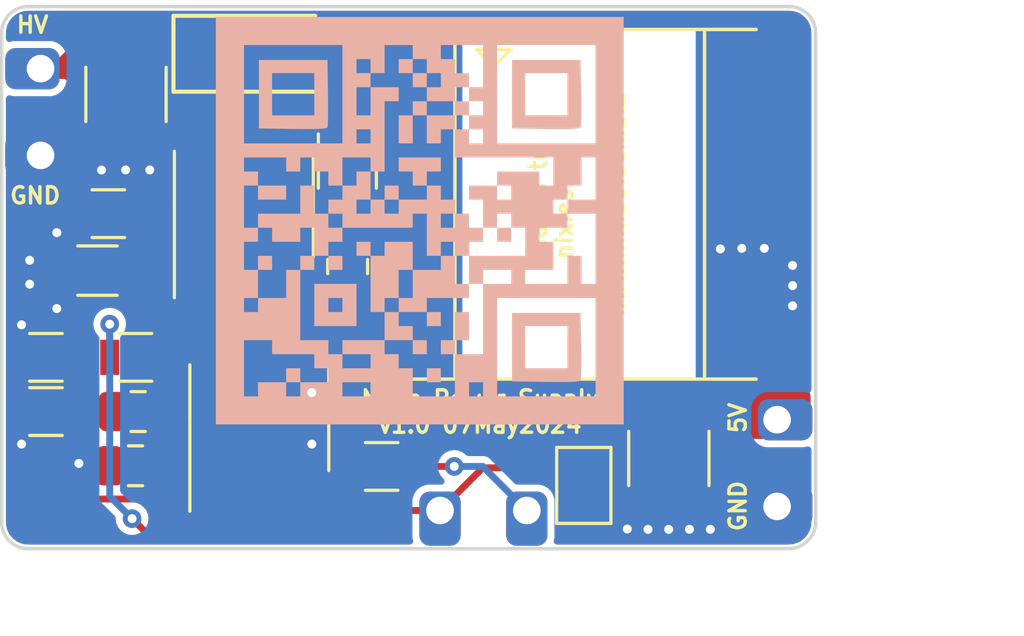
<source format=kicad_pcb>
(kicad_pcb (version 20211014) (generator pcbnew)
  (title_block (title "Nixie High Voltage Switch Mode Power Supply") (date "2024-09-24"))
  (layers (0 "F.Cu" signal) (31 "B.Cu" signal) (34 "B.Paste" user) (35 "F.Paste" user) (36 "B.SilkS" user "B.Silkscreen") (37 "F.SilkS" user "F.Silkscreen") (38 "B.Mask" user) (39 "F.Mask" user) (44 "Edge.Cuts" user))
  (net 0 "")
  (net 1 "Vin")
  (net 2 "SHDN")
  (net 3 "Net-(C2-Pad1)")
  (net 4 "Vout")
  (net 5 "Net-(Cc1-Pad2)")
  (net 6 "Net-(Cc1-Pad1)")
  (net 7 "Net-(Cs1-Pad2)")
  (net 8 "Net-(Rf1-Pad2)")
  (net 9 "Net-(Q1-Pad5)")
  (net 10 "Net-(Q1-Pad4)")
  (net 11 "Net-(D1-Pad2)")
  (net 12 "Net-(R1-Pad2)")
  (net 13 "Rext")
  (net 14 "GND")
  (footprint "lib_fp:C_1210" (layer "F.Cu") (at 159.556 104.776 -90)
    (fp_text reference "C1" hide)
    (fp_text value "100uF")
    (fp_line (start -1 1.48) (end 1 1.48) (layer "F.SilkS") (width 0.12))
    (fp_line (start 1 -1.48) (end -1 -1.48) (layer "F.SilkS") (width 0.12))
    (pad "1" smd rect locked (at -1.5 0 270) (size 1 2.5) (layers "F.Cu" "F.Paste" "F.Mask") (net 1 "Vin"))
    (pad "2" smd rect locked (at 1.5 0 270) (size 1 2.5) (layers "F.Cu" "F.Paste" "F.Mask") (net 14 "GND"))
  )
  (footprint "Capacitor_SMD:C_0805_2012Metric" (layer "F.Cu") (at 139.896 105.046 180)
    (fp_text reference "C2" hide)
    (fp_text value "0.01uF")
    (fp_line (start -0.261252 -0.735) (end 0.261252 -0.735) (layer "F.SilkS") (width 0.12))
    (fp_line (start -0.261252 0.735) (end 0.261252 0.735) (layer "F.SilkS") (width 0.12))
    (pad "1" smd roundrect (at -0.95 0 180) (size 1 1.45) (layers "F.Cu" "F.Paste" "F.Mask") (net 3 "Net-(C2-Pad1)"))
    (pad "2" smd roundrect (at 0.95 0 180) (size 1 1.45) (layers "F.Cu" "F.Paste" "F.Mask") (net 14 "GND"))
  )
  (footprint "lib_fp:C_1210" (layer "F.Cu") (at 139.546 91.346 -90)
    (fp_text reference "C3" hide)
    (fp_text value "0.22uF")
    (fp_line (start 1 -1.48) (end -1 -1.48) (layer "F.SilkS") (width 0.12))
    (fp_line (start -1 1.48) (end 1 1.48) (layer "F.SilkS") (width 0.12))
    (pad "1" smd rect locked (at -1.5 0 270) (size 1 2.5) (layers "F.Cu" "F.Paste" "F.Mask") (net 4 "Vout"))
    (pad "2" smd rect locked (at 1.5 0 270) (size 1 2.5) (layers "F.Cu" "F.Paste" "F.Mask") (net 14 "GND"))
  )
  (footprint "Capacitor_SMD:C_0805_2012Metric" (layer "F.Cu") (at 139.996 103.046 180)
    (fp_text reference "Cc1" hide)
    (fp_text value "22nF")
    (fp_line (start -0.261252 -0.735) (end 0.261252 -0.735) (layer "F.SilkS") (width 0.12))
    (fp_line (start -0.261252 0.735) (end 0.261252 0.735) (layer "F.SilkS") (width 0.12))
    (pad "1" smd roundrect (at -0.95 0 180) (size 1 1.45) (layers "F.Cu" "F.Paste" "F.Mask") (net 6 "Net-(Cc1-Pad1)"))
    (pad "2" smd roundrect (at 0.95 0 180) (size 1 1.45) (layers "F.Cu" "F.Paste" "F.Mask") (net 5 "Net-(Cc1-Pad2)"))
  )
  (footprint "Capacitor_SMD:C_0805_2012Metric" (layer "F.Cu") (at 147.716 97.696 90)
    (fp_text reference "Cs1" hide)
    (fp_text value "360pF")
    (fp_line (start -0.261252 0.735) (end 0.261252 0.735) (layer "F.SilkS") (width 0.12))
    (fp_line (start -0.261252 -0.735) (end 0.261252 -0.735) (layer "F.SilkS") (width 0.12))
    (pad "1" smd roundrect (at -0.95 0 90) (size 1 1.45) (layers "F.Cu" "F.Paste" "F.Mask") (net 1 "Vin"))
    (pad "2" smd roundrect (at 0.95 0 90) (size 1 1.45) (layers "F.Cu" "F.Paste" "F.Mask") (net 7 "Net-(Cs1-Pad2)"))
  )
  (footprint "NixieClockMaster:SMAF" (layer "F.Cu") (at 144.696 89.846)
    (fp_text reference "D1" hide)
    (fp_text value "ES1JF")
    (fp_line (start 1.825 -1.4) (end -3.4 -1.4) (layer "F.SilkS") (width 0.15))
    (fp_line (start -3.4 1.4) (end 1.825 1.4) (layer "F.SilkS") (width 0.15))
    (fp_line (start -3.4 -1.4) (end -3.4 1.4) (layer "F.SilkS") (width 0.15))
    (pad "1" smd roundrect (at -2 0) (size 2.5 1.7) (layers "F.Cu" "F.Paste" "F.Mask") (net 4 "Vout"))
    (pad "2" smd roundrect (at 2 0) (size 2.5 1.7) (layers "F.Cu" "F.Paste" "F.Mask") (net 11 "Net-(D1-Pad2)"))
  )
  (footprint "NixieClockMaster:Header_MA02-Edge-3.2" (layer "F.Cu") (at 163.546 104.946 -90)
    (fp_text reference "J1" hide)
    (fp_text value "CONN_01X02" hide)
    (pad "1" thru_hole roundrect (at -1.6 0 90) (size 1.524 2) (drill 1.016 (offset 0 0.3)) (layers *.Cu *.Mask) (net 1 "Vin"))
    (pad "2" thru_hole roundrect (at 1.6 0 90) (size 1.524 2) (drill 1.016 (offset 0 0.3)) (layers *.Cu *.Mask) (net 14 "GND"))
  )
  (footprint "NixieClockMaster:Header_MA02-Edge-3.2" (layer "F.Cu") (at 136.396 91.996 90)
    (fp_text reference "J2" hide)
    (fp_text value "CONN_01X02" hide)
    (pad "1" thru_hole roundrect (at -1.6 0 270) (size 1.524 2) (drill 1.016 (offset 0 0.3)) (layers *.Cu *.Mask) (net 14 "GND"))
    (pad "2" thru_hole roundrect (at 1.6 0 270) (size 1.524 2) (drill 1.016 (offset 0 0.3)) (layers *.Cu *.Mask) (net 4 "Vout"))
  )
  (footprint "Package_SO:SOIC-8_3.9x4.9mm_P1.27mm" (layer "F.Cu") (at 143.89 95.39392 90)
    (fp_text reference "Q1" hide)
    (fp_text value "AO4294")
    (fp_line (start 0 2.56) (end 1.95 2.56) (layer "F.SilkS") (width 0.12))
    (fp_line (start 0 -2.56) (end 1.95 -2.56) (layer "F.SilkS") (width 0.12))
    (fp_line (start 0 -2.56) (end -3.45 -2.56) (layer "F.SilkS") (width 0.12))
    (fp_line (start 0 2.56) (end -1.95 2.56) (layer "F.SilkS") (width 0.12))
    (pad "1" smd roundrect (at -2.475 -1.905 90) (size 1.95 0.6) (layers "F.Cu" "F.Paste" "F.Mask") (net 3 "Net-(C2-Pad1)"))
    (pad "2" smd roundrect (at -2.475 -0.635 90) (size 1.95 0.6) (layers "F.Cu" "F.Paste" "F.Mask") (net 3 "Net-(C2-Pad1)"))
    (pad "3" smd roundrect (at -2.475 0.635 90) (size 1.95 0.6) (layers "F.Cu" "F.Paste" "F.Mask") (net 3 "Net-(C2-Pad1)"))
    (pad "4" smd roundrect (at -2.475 1.905 90) (size 1.95 0.6) (layers "F.Cu" "F.Paste" "F.Mask") (net 10 "Net-(Q1-Pad4)"))
    (pad "5" smd roundrect (at 2.475 1.905 90) (size 1.95 0.6) (layers "F.Cu" "F.Paste" "F.Mask") (net 9 "Net-(Q1-Pad5)"))
    (pad "6" smd roundrect (at 2.475 0.635 90) (size 1.95 0.6) (layers "F.Cu" "F.Paste" "F.Mask") (net 9 "Net-(Q1-Pad5)"))
    (pad "7" smd roundrect (at 2.475 -0.635 90) (size 1.95 0.6) (layers "F.Cu" "F.Paste" "F.Mask") (net 9 "Net-(Q1-Pad5)"))
    (pad "8" smd roundrect (at 2.475 -1.905 90) (size 1.95 0.6) (layers "F.Cu" "F.Paste" "F.Mask") (net 9 "Net-(Q1-Pad5)"))
  )
  (footprint "lib_fp:R_0805" (layer "F.Cu") (at 138.896 95.746)
    (fp_text reference "R1" hide)
    (fp_text value "10M")
    (fp_line (start -0.6 -0.88) (end 0.6 -0.88) (layer "F.SilkS") (width 0.12))
    (fp_line (start 0.6 0.88) (end -0.6 0.88) (layer "F.SilkS") (width 0.12))
    (pad "1" smd rect locked (at -0.95 0) (size 0.7 1.3) (layers "F.Cu" "F.Paste" "F.Mask") (net 4 "Vout"))
    (pad "2" smd rect locked (at 0.95 0) (size 0.7 1.3) (layers "F.Cu" "F.Paste" "F.Mask") (net 12 "Net-(R1-Pad2)"))
  )
  (footprint "lib_fp:R_0805" (layer "F.Cu") (at 136.596 101.046 180)
    (fp_text reference "R3" hide)
    (fp_text value "69.8k")
    (fp_line (start 0.6 0.88) (end -0.6 0.88) (layer "F.SilkS") (width 0.12))
    (fp_line (start -0.6 -0.88) (end 0.6 -0.88) (layer "F.SilkS") (width 0.12))
    (pad "1" smd rect locked (at -0.95 0 180) (size 0.7 1.3) (layers "F.Cu" "F.Paste" "F.Mask") (net 12 "Net-(R1-Pad2)"))
    (pad "2" smd rect locked (at 0.95 0 180) (size 0.7 1.3) (layers "F.Cu" "F.Paste" "F.Mask") (net 14 "GND"))
  )
  (footprint "lib_fp:R_0805" (layer "F.Cu") (at 136.596 103.046 180)
    (fp_text reference "Rc1" hide)
    (fp_text value "4.7k")
    (fp_line (start -0.6 -0.88) (end 0.6 -0.88) (layer "F.SilkS") (width 0.12))
    (fp_line (start 0.6 0.88) (end -0.6 0.88) (layer "F.SilkS") (width 0.12))
    (pad "1" smd rect locked (at -0.95 0 180) (size 0.7 1.3) (layers "F.Cu" "F.Paste" "F.Mask") (net 5 "Net-(Cc1-Pad2)"))
    (pad "2" smd rect locked (at 0.95 0 180) (size 0.7 1.3) (layers "F.Cu" "F.Paste" "F.Mask") (net 14 "GND"))
  )
  (footprint "lib_fp:R_0805" (layer "F.Cu") (at 139.896 101.046)
    (fp_text reference "Rf1" hide)
    (fp_text value "100k")
    (fp_line (start -0.6 -0.88) (end 0.6 -0.88) (layer "F.SilkS") (width 0.12))
    (fp_line (start 0.6 0.88) (end -0.6 0.88) (layer "F.SilkS") (width 0.12))
    (pad "1" smd rect locked (at -0.95 0) (size 0.7 1.3) (layers "F.Cu" "F.Paste" "F.Mask") (net 2 "SHDN"))
    (pad "2" smd rect locked (at 0.95 0) (size 0.7 1.3) (layers "F.Cu" "F.Paste" "F.Mask") (net 8 "Net-(Rf1-Pad2)"))
  )
  (footprint "lib_fp:R_1206" (layer "F.Cu") (at 147.706 93.806 90)
    (fp_text reference "Rs1" hide)
    (fp_text value "249")
    (fp_line (start 1 1.07) (end -1 1.07) (layer "F.SilkS") (width 0.12))
    (fp_line (start -1 -1.07) (end 1 -1.07) (layer "F.SilkS") (width 0.12))
    (pad "1" smd rect locked (at -1.45 0 90) (size 0.9 1.7) (layers "F.Cu" "F.Paste" "F.Mask") (net 7 "Net-(Cs1-Pad2)"))
    (pad "2" smd rect locked (at 1.45 0 90) (size 0.9 1.7) (layers "F.Cu" "F.Paste" "F.Mask") (net 9 "Net-(Q1-Pad5)"))
  )
  (footprint "Package_SO:SOIC-8_3.9x4.9mm_P1.27mm" (layer "F.Cu") (at 144.46 103.273 90)
    (fp_text reference "U1" hide)
    (fp_text value "3478")
    (fp_line (start 0 2.56) (end -1.95 2.56) (layer "F.SilkS") (width 0.12))
    (fp_line (start 0 2.56) (end 1.95 2.56) (layer "F.SilkS") (width 0.12))
    (fp_line (start 0 -2.56) (end -3.45 -2.56) (layer "F.SilkS") (width 0.12))
    (fp_line (start 0 -2.56) (end 1.95 -2.56) (layer "F.SilkS") (width 0.12))
    (pad "1" smd roundrect (at -2.475 -1.905 90) (size 1.95 0.6) (layers "F.Cu" "F.Paste" "F.Mask") (net 3 "Net-(C2-Pad1)"))
    (pad "2" smd roundrect (at -2.475 -0.635 90) (size 1.95 0.6) (layers "F.Cu" "F.Paste" "F.Mask") (net 6 "Net-(Cc1-Pad1)"))
    (pad "3" smd roundrect (at -2.475 0.635 90) (size 1.95 0.6) (layers "F.Cu" "F.Paste" "F.Mask") (net 12 "Net-(R1-Pad2)"))
    (pad "4" smd roundrect (at -2.475 1.905 90) (size 1.95 0.6) (layers "F.Cu" "F.Paste" "F.Mask") (net 14 "GND"))
    (pad "5" smd roundrect (at 2.475 1.905 90) (size 1.95 0.6) (layers "F.Cu" "F.Paste" "F.Mask") (net 14 "GND"))
    (pad "6" smd roundrect (at 2.475 0.635 90) (size 1.95 0.6) (layers "F.Cu" "F.Paste" "F.Mask") (net 10 "Net-(Q1-Pad4)"))
    (pad "7" smd roundrect (at 2.475 -0.635 90) (size 1.95 0.6) (layers "F.Cu" "F.Paste" "F.Mask") (net 8 "Net-(Rf1-Pad2)"))
    (pad "8" smd roundrect (at 2.475 -1.905 90) (size 1.95 0.6) (layers "F.Cu" "F.Paste" "F.Mask") (net 1 "Vin"))
  )
  (footprint "lib_fp:nixiemisc-WE-FLEX_ER11_5" (layer "F.Cu") (at 156.271 95.399 90)
    (fp_text reference "T1" hide)
    (fp_text value "MagTop-HVSMPS" hide)
    (fp_line (start -6.44906 -6.49986) (end -6.44906 6.49986) (layer "F.SilkS") (width 0.127))
    (fp_line (start 5.715 -3.81) (end 5.715 -2.54) (layer "F.SilkS") (width 0.127))
    (fp_line (start 6.44906 6.49986) (end 6.44906 -6.49986) (layer "F.SilkS") (width 0.127))
    (fp_line (start 6.35 -4.59994) (end -6.35 -4.59994) (layer "F.SilkS") (width 0.127))
    (fp_line (start 6.35 4.59994) (end -6.35 4.59994) (layer "F.SilkS") (width 0.127))
    (fp_line (start 5.08 -3.175) (end 5.715 -3.81) (layer "F.SilkS") (width 0.127))
    (fp_line (start 5.715 -2.54) (end 5.08 -3.175) (layer "F.SilkS") (width 0.127))
    (pad "1" smd rect (at 4.99872 -5.97408 270) (size 1.4986 2.2479) (layers "F.Cu" "F.Paste" "F.Mask") (net 11 "Net-(D1-Pad2)"))
    (pad "2" smd rect (at 2.99974 -5.97408 270) (size 1.4986 2.2479) (layers "F.Cu" "F.Paste" "F.Mask") (net 9 "Net-(Q1-Pad5)"))
    (pad "5" smd rect (at -2.99974 -5.97408 270) (size 1.4986 2.2479) (layers "F.Cu" "F.Paste" "F.Mask") (net 1 "Vin"))
    (pad "6" smd rect (at -4.99872 -5.97408 270) (size 1.4986 2.2479) (layers "F.Cu" "F.Paste" "F.Mask"))
    (pad "7" smd rect (at -4.99872 5.97408 270) (size 1.4986 2.2479) (layers "F.Cu" "F.Paste" "F.Mask"))
    (pad "8" smd rect (at -2.99974 5.97408 270) (size 1.4986 2.2479) (layers "F.Cu" "F.Paste" "F.Mask") (net 14 "GND"))
    (pad "11" smd rect (at 2.99974 5.97408 270) (size 1.4986 2.2479) (layers "F.Cu" "F.Paste" "F.Mask"))
    (pad "12" smd rect (at 4.99872 5.97408 270) (size 1.4986 2.2479) (layers "F.Cu" "F.Paste" "F.Mask"))
  )
  (footprint "NixieClockMaster:Header_MA02-Edge-3.2" (layer "F.Cu") (at 152.721 106.696 180)
    (fp_text reference "J3" hide)
    (fp_text value "CONN_01X02" hide)
    (pad "1" thru_hole roundrect (at -1.6 0) (size 1.524 2) (drill 1.016 (offset 0 0.3)) (layers *.Cu *.Mask) (net 13 "Rext"))
    (pad "2" thru_hole roundrect (at 1.6 0) (size 1.524 2) (drill 1.016 (offset 0 0.3)) (layers *.Cu *.Mask) (net 2 "SHDN"))
  )
  (footprint "lib_fp:R_0805" (layer "F.Cu") (at 148.971 105.071)
    (fp_text reference "R2")
    (fp_text value "15k")
    (fp_line (start -0.6 -0.88) (end 0.6 -0.88) (layer "F.SilkS") (width 0.12))
    (fp_line (start 0.6 0.88) (end -0.6 0.88) (layer "F.SilkS") (width 0.12))
    (pad "1" smd rect locked (at -0.95 0) (size 0.7 1.3) (layers "F.Cu" "F.Paste" "F.Mask") (net 12 "Net-(R1-Pad2)"))
    (pad "2" smd rect locked (at 0.95 0) (size 0.7 1.3) (layers "F.Cu" "F.Paste" "F.Mask") (net 13 "Rext"))
  )
  (footprint "NixieClockMaster:SolderJumper-2_P1.3mm_Open_Pad1.0x1.5mm_NoCtYd" (layer "F.Cu") (at 156.421 105.771 90)
    (fp_text reference "JP1" hide)
    (fp_text value "Jumper_2_Open" hide)
    (fp_line (start -1.4 -1) (end 1.4 -1) (layer "F.SilkS") (width 0.12))
    (fp_line (start -1.4 1) (end -1.4 -1) (layer "F.SilkS") (width 0.12))
    (fp_line (start 1.4 -1) (end 1.4 1) (layer "F.SilkS") (width 0.12))
    (fp_line (start 1.4 1) (end -1.4 1) (layer "F.SilkS") (width 0.12))
    (pad "1" smd rect locked (at -0.65 0 90) (size 1 1.5) (layers "F.Cu" "F.Mask") (net 14 "GND"))
    (pad "2" smd rect locked (at 0.65 0 90) (size 1 1.5) (layers "F.Cu" "F.Mask") (net 2 "SHDN"))
  )
  (footprint "Resistor_SMD:R_1206_3216Metric" (layer "F.Cu") (at 138.496 97.846 180)
    (fp_text reference "Rs2" hide)
    (fp_text value "0.062")
    (fp_line (start -0.727064 -0.91) (end 0.727064 -0.91) (layer "F.SilkS") (width 0.12))
    (fp_line (start -0.727064 0.91) (end 0.727064 0.91) (layer "F.SilkS") (width 0.12))
    (pad "1" smd roundrect (at -1.4625 0 180) (size 1.125 1.75) (layers "F.Cu" "F.Paste" "F.Mask") (roundrect_rratio 0.2222222222) (net 3 "Net-(C2-Pad1)"))
    (pad "2" smd roundrect (at 1.4625 0 180) (size 1.125 1.75) (layers "F.Cu" "F.Paste" "F.Mask") (roundrect_rratio 0.2222222222) (net 14 "GND"))
  )
  (footprint "Fiducial:Fiducial_0.75mm_Mask1.5mm" (layer "F.Cu") (at 162.246 104.846)
    (fp_text reference "FID1" hide)
    (fp_text value "Fiducial" hide)
    (pad "" smd circle (at 0 0) (size 0.75 0.75) (layers "F.Cu" "F.Mask") (clearance 0.375))
  )
  (footprint "Fiducial:Fiducial_0.75mm_Mask1.5mm" (layer "F.Cu") (at 164.046 88.971)
    (fp_text reference "FID2" hide)
    (fp_text value "Fiducial" hide)
    (pad "" smd circle (at 0 0) (size 0.75 0.75) (layers "F.Cu" "F.Mask") (clearance 0.375))
  )
  (footprint "Fiducial:Fiducial_0.75mm_Mask1.5mm" (layer "F.Cu") (at 136.571 106.571)
    (fp_text reference "FID4" hide)
    (fp_text value "Fiducial" hide)
    (pad "" smd circle (at 0 0) (size 0.75 0.75) (layers "F.Cu" "F.Mask") (clearance 0.375))
  )
  (footprint "Fiducial:Fiducial_0.75mm_Mask1.5mm" (layer "F.Cu") (at 150.296 95.171)
    (fp_text reference "FID3" hide)
    (fp_text value "Fiducial" hide)
    (pad "" smd circle (at 0 0) (size 0.75 0.75) (layers "F.Cu" "F.Mask") (clearance 0.375))
  )
  (footprint "NixieClockMaster:LOGO-Nixieclock-small.biz" (layer "B.Cu") (at 150.375 96.005 180)
    (fp_text reference "G***")
    (fp_text value "LOGO" hide)
    (fp_poly (pts (xy -0.259184 -2.85102) (xy 0.259184 -2.85102) (xy 0.777551 -2.85102) (xy 0.777551 -1.814286) (xy 0.259184 -1.814286) (xy 0.259184 -2.85102) (xy -0.259184 -2.85102) (xy -1.814286 -2.85102) (xy -1.814286 -2.332653) (xy -1.295918 -2.332653) (xy -1.295918 -1.295918) (xy -0.777551 -1.295918) (xy -0.777551 -0.777551) (xy -1.295918 -0.777551) (xy -1.295918 -1.295918) (xy -1.814286 -1.295918) (xy -1.814286 -0.777551) (xy -2.332653 -0.777551) (xy -2.332653 -0.259184) (xy -1.814286 -0.259184) (xy -1.295918 -0.259184) (xy -0.777551 -0.259184) (xy -0.777551 0.259184) (xy -1.295918 0.259184) (xy -1.295918 -0.259184) (xy -1.814286 -0.259184) (xy -1.814286 0.259184) (xy -1.295918 0.259184) (xy -1.295918 0.777551) (xy -0.777551 0.777551) (xy -0.777551 1.295918) (xy -0.259184 1.295918) (xy -0.259184 0.777551) (xy 0.777551 0.777551) (xy 0.777551 1.295918) (xy 1.295918 1.295918) (xy 1.295918 0.777551) (xy 1.814286 0.777551) (xy 1.814286 1.814286) (xy 2.332653 1.814286) (xy 2.332653 1.295918) (xy 2.85102 1.295918) (xy 2.85102 0.777551) (xy 3.369388 0.777551) (xy 3.369388 0.259184) (xy 3.887755 0.259184) (xy 3.887755 1.295918) (xy 4.406122 1.295918) (xy 4.406122 0.259184) (xy 5.961225 0.259184) (xy 5.961225 -0.259184) (xy 5.442857 -0.259184) (xy 5.442857 -0.777551) (xy 4.406122 -0.777551) (xy 4.406122 -0.259184) (xy 3.887755 -0.259184) (xy 3.887755 -1.295918) (xy 3.369388 -1.295918) (xy 3.369388 -0.777551) (xy 2.85102 -0.777551) (xy 2.85102 -0.259184) (xy 3.369388 -0.259184) (xy 3.369388 0.259184) (xy 2.85102 0.259184) (xy 2.85102 -0.259184) (xy 0.259184 -0.259184) (xy 0.259184 0.259184) (xy 0.777551 0.259184) (xy 1.295918 0.259184) (xy 1.814286 0.259184) (xy 2.332653 0.259184) (xy 2.332653 0.777551) (xy 1.814286 0.777551) (xy 1.814286 0.259184) (xy 1.295918 0.259184) (xy 1.295918 0.777551) (xy 0.777551 0.777551) (xy 0.777551 0.259184) (xy 0.259184 0.259184) (xy -0.259184 0.259184) (xy -0.259184 -1.295918) (xy -0.777551 -1.295918) (xy -0.777551 -1.814286) (xy 0.259184 -1.814286) (xy 0.259184 -0.777551) (xy 1.295918 -0.777551) (xy 1.295918 -1.295918) (xy 1.814286 -1.295918) (xy 1.814286 -3.369388) (xy 1.295918 -3.369388) (xy 1.295918 -4.406122) (xy 0.259184 -4.406122) (xy 0.259184 -3.887755) (xy 0.777551 -3.887755) (xy 0.777551 -3.369388) (xy 1.295918 -3.369388) (xy 1.295918 -2.85102) (xy 0.777551 -2.85102) (xy 0.777551 -3.369388) (xy -0.259184 -3.369388)) (layer "B.SilkS") (width 0) (fill solid))
    (fp_poly (pts (xy 5.928827 3.401786) (xy 4.68001 3.384182) (xy 4.227535 3.379652) (xy 3.889956 3.381082) (xy 3.652682 3.389234) (xy 3.501123 3.404869) (xy 3.420686 3.428749) (xy 3.398775 3.451063) (xy 3.389391 3.540294) (xy 3.383002 3.736964) (xy 3.381323 3.887755) (xy 3.887755 3.887755) (xy 5.442857 3.887755) (xy 5.442857 5.442857) (xy 3.887755 5.442857) (xy 3.887755 3.887755) (xy 3.381323 3.887755) (xy 3.379862 4.018952) (xy 3.380224 4.364134) (xy 3.38407 4.732187) (xy 3.401786 5.928826) (xy 5.928827 5.928826)) (layer "B.SilkS") (width 0) (fill solid))
    (fp_poly (pts (xy 5.961225 0.777551) (xy 4.92449 0.777551) (xy 4.92449 1.295918) (xy 5.961225 1.295918)) (layer "B.SilkS") (width 0) (fill solid))
    (fp_poly (pts (xy 7.516327 -7.516327) (xy -7.516326 -7.516327) (xy -7.516326 -6.479592) (xy -6.479592 -6.479592) (xy -2.85102 -6.479592) (xy -2.332653 -6.479592) (xy -1.814286 -6.479592) (xy -1.814286 -5.961225) (xy -2.332653 -5.961225) (xy -2.332653 -6.479592) (xy -2.85102 -6.479592) (xy -2.85102 -2.85102) (xy -6.479592 -2.85102) (xy -6.479592 -6.479592) (xy -7.516326 -6.479592) (xy -7.516326 -2.332653) (xy -6.479592 -2.332653) (xy -5.961224 -2.332653) (xy -5.961224 -1.295918) (xy -5.442857 -1.295918) (xy -5.442857 -2.332653) (xy -3.887755 -2.332653) (xy -3.369388 -2.332653) (xy -2.332653 -2.332653) (xy -2.332653 -1.814286) (xy -3.369388 -1.814286) (xy -3.369388 -2.332653) (xy -3.887755 -2.332653) (xy -3.887755 -1.814286) (xy -4.92449 -1.814286) (xy -4.92449 -0.777551) (xy -4.406122 -0.777551) (xy -4.406122 -0.259184) (xy -5.442857 -0.259184) (xy -5.442857 0.259184) (xy -4.92449 0.259184) (xy -4.92449 0.777551) (xy -3.369388 0.777551) (xy -2.85102 0.777551) (xy -2.85102 1.295918) (xy -3.369388 1.295918) (xy -3.369388 0.777551) (xy -4.92449 0.777551) (xy -5.442857 0.777551) (xy -5.442857 0.259184) (xy -6.479592 0.259184) (xy -6.479592 -2.332653) (xy -7.516326 -2.332653) (xy -7.516326 0.777551) (xy -6.479592 0.777551) (xy -5.442857 0.777551) (xy -5.442857 1.295918) (xy -4.92449 1.295918) (xy -4.406122 1.295918) (xy -4.406122 1.814286) (xy -2.85102 1.814286) (xy -2.85102 1.295918) (xy -1.814286 1.295918) (xy -1.814286 0.777551) (xy -2.332653 0.777551) (xy -2.332653 -0.259184) (xy -2.85102 -0.259184) (xy -2.85102 0.259184) (xy -3.369388 0.259184) (xy -3.369388 -0.259184) (xy -3.887755 -0.259184) (xy -3.887755 -1.295918) (xy -1.814286 -1.295918) (xy -1.814286 -2.332653) (xy -2.332653 -2.332653) (xy -2.332653 -4.92449) (xy -1.295918 -4.92449) (xy -1.295918 -6.479592) (xy 0.259184 -6.479592) (xy 1.814286 -6.479592) (xy 2.85102 -6.479592) (xy 2.85102 -5.961225) (xy 3.369388 -5.961225) (xy 4.406122 -5.961225) (xy 4.406122 -6.479592) (xy 4.92449 -6.479592) (xy 4.92449 -5.961225) (xy 5.961225 -5.961225) (xy 5.961225 -6.479592) (xy 6.479592 -6.479592) (xy 6.479592 -4.406122) (xy 5.442857 -4.406122) (xy 5.442857 -4.92449) (xy 3.887755 -4.92449) (xy 3.887755 -5.442857) (xy 3.369388 -5.442857) (xy 3.369388 -5.961225) (xy 2.85102 -5.961225) (xy 1.814286 -5.961225) (xy 1.814286 -6.479592) (xy 0.259184 -6.479592) (xy 0.259184 -5.442857) (xy 0.777551 -5.442857) (xy 1.814286 -5.442857) (xy 2.85102 -5.442857) (xy 2.85102 -4.92449) (xy 1.814286 -4.92449) (xy 1.814286 -5.442857) (xy 0.777551 -5.442857) (xy 0.777551 -4.92449) (xy 1.295918 -4.92449) (xy 1.295918 -4.406122) (xy 2.85102 -4.406122) (xy 2.85102 -4.92449) (xy 3.369388 -4.92449) (xy 3.369388 -4.406122) (xy 4.406122 -4.406122) (xy 4.406122 -3.369388) (xy 5.961225 -3.369388) (xy 6.479592 -3.369388) (xy 6.479592 -2.85102) (xy 5.961225 -2.85102) (xy 5.961225 -3.369388) (xy 4.406122 -3.369388) (xy 4.406122 -1.814286) (xy 4.92449 -1.814286) (xy 4.92449 -2.85102) (xy 5.961225 -2.85102) (xy 5.961225 -1.814286) (xy 6.479592 -1.814286) (xy 6.479592 -0.777551) (xy 5.961225 -0.777551) (xy 5.961225 -0.259184) (xy 6.479592 -0.259184) (xy 6.479592 1.295918) (xy 5.961225 1.295918) (xy 5.961225 1.814286) (xy 6.479592 1.814286) (xy 6.479592 2.332653) (xy 4.92449 2.332653) (xy 4.92449 1.814286) (xy 4.406122 1.814286) (xy 4.406122 2.332653) (xy 3.887755 2.332653) (xy 3.887755 1.814286) (xy 3.369388 1.814286) (xy 3.369388 1.295918) (xy 2.85102 1.295918) (xy 2.85102 2.332653) (xy 1.814286 2.332653) (xy 1.814286 1.814286) (xy 1.295918 1.814286) (xy 1.295918 2.85102) (xy 1.814286 2.85102) (xy 2.332653 2.85102) (xy 2.85102 2.85102) (xy 6.479592 2.85102) (xy 6.479592 6.479592) (xy 2.85102 6.479592) (xy 2.85102 2.85102) (xy 2.332653 2.85102) (xy 2.332653 3.369388) (xy 1.814286 3.369388) (xy 1.814286 2.85102) (xy 1.295918 2.85102) (xy 1.295918 3.887755) (xy 1.814286 3.887755) (xy 2.332653 3.887755) (xy 2.332653 4.92449) (xy 1.814286 4.92449) (xy 1.814286 3.887755) (xy 1.295918 3.887755) (xy 1.295918 4.406122) (xy 0.777551 4.406122) (xy 0.777551 4.92449) (xy 1.814286 4.92449) (xy 1.814286 5.442857) (xy 2.332653 5.442857) (xy 2.332653 5.961224) (xy 1.814286 5.961224) (xy 1.814286 5.442857) (xy 1.295918 5.442857) (xy 1.295918 6.479592) (xy 0.259184 6.479592) (xy 0.259184 5.961224) (xy -0.259184 5.961224) (xy -0.259184 5.442857) (xy -0.777551 5.442857) (xy -0.777551 4.92449) (xy -0.259184 4.92449) (xy -0.259184 4.406122) (xy -1.295918 4.406122) (xy -1.295918 4.92449) (xy -1.814286 4.92449) (xy -1.814286 4.406122) (xy -2.332653 4.406122) (xy -2.332653 3.887755) (xy -1.814286 3.887755) (xy -1.814286 3.369388) (xy -1.295918 3.369388) (xy -1.295918 2.332653) (xy -4.92449 2.332653) (xy -4.92449 1.295918) (xy -5.442857 1.295918) (xy -5.961224 1.295918) (xy -5.961224 2.332653) (xy -6.479592 2.332653) (xy -6.479592 0.777551) (xy -7.516326 0.777551) (xy -7.516326 2.85102) (xy -6.479592 2.85102) (xy -2.85102 2.85102) (xy -2.332653 2.85102) (xy -1.814286 2.85102) (xy -1.814286 3.369388) (xy -2.332653 3.369388) (xy -2.332653 2.85102) (xy -2.85102 2.85102) (xy -2.85102 4.92449) (xy -2.332653 4.92449) (xy -1.814286 4.92449) (xy -1.814286 5.442857) (xy -1.295918 5.442857) (xy -1.295918 5.961224) (xy -0.777551 5.961224) (xy -0.777551 6.479592) (xy -2.332653 6.479592) (xy -2.332653 4.92449) (xy -2.85102 4.92449) (xy -2.85102 6.479592) (xy -6.479592 6.479592) (xy -6.479592 2.85102) (xy -7.516326 2.85102) (xy -7.516326 7.516326) (xy 7.516327 7.516326)) (layer "B.SilkS") (width 0) (fill solid))
    (fp_poly (pts (xy 0.259184 4.92449) (xy -0.259184 4.92449) (xy -0.259184 5.442857) (xy 0.259184 5.442857)) (layer "B.SilkS") (width 0) (fill solid))
    (fp_poly (pts (xy -0.777551 -4.92449) (xy -1.295918 -4.92449) (xy -1.295918 -4.406122) (xy -0.777551 -4.406122)) (layer "B.SilkS") (width 0) (fill solid))
    (fp_poly (pts (xy 0.259184 3.887755) (xy -0.259184 3.887755) (xy -0.259184 4.406122) (xy 0.259184 4.406122)) (layer "B.SilkS") (width 0) (fill solid))
    (fp_poly (pts (xy 3.887755 -3.887755) (xy 2.332653 -3.887755) (xy 2.332653 -3.369388) (xy 2.85102 -3.369388) (xy 3.369388 -3.369388) (xy 3.369388 -2.85102) (xy 2.85102 -2.85102) (xy 2.85102 -3.369388) (xy 2.332653 -3.369388) (xy 2.332653 -2.332653) (xy 3.887755 -2.332653)) (layer "B.SilkS") (width 0) (fill solid))
    (fp_poly (pts (xy 5.961225 -1.814286) (xy 5.442857 -1.814286) (xy 5.442857 -1.295918) (xy 5.961225 -1.295918)) (layer "B.SilkS") (width 0) (fill solid))
    (fp_poly (pts (xy 2.332653 -1.295918) (xy 1.814286 -1.295918) (xy 1.814286 -0.777551) (xy 2.332653 -0.777551)) (layer "B.SilkS") (width 0) (fill solid))
    (fp_poly (pts (xy -3.401786 -5.928827) (xy -4.650602 -5.94643) (xy -5.103077 -5.95096) (xy -5.440656 -5.94953) (xy -5.67793 -5.941378) (xy -5.82949 -5.925743) (xy -5.909926 -5.901863) (xy -5.931837 -5.879549) (xy -5.941222 -5.790319) (xy -5.947611 -5.593648) (xy -5.94929 -5.442857) (xy -5.442857 -5.442857) (xy -3.887755 -5.442857) (xy -3.887755 -3.887755) (xy -5.442857 -3.887755) (xy -5.442857 -5.442857) (xy -5.94929 -5.442857) (xy -5.950751 -5.31166) (xy -5.950388 -4.966478) (xy -5.946542 -4.598426) (xy -5.928826 -3.401786) (xy -3.401786 -3.401786)) (layer "B.SilkS") (width 0) (fill solid))
    (fp_poly (pts (xy -2.85102 -0.777551) (xy -3.369388 -0.777551) (xy -3.369388 -0.259184) (xy -2.85102 -0.259184)) (layer "B.SilkS") (width 0) (fill solid))
    (fp_poly (pts (xy 0.777551 5.442857) (xy 0.259184 5.442857) (xy 0.259184 5.961224) (xy 0.777551 5.961224)) (layer "B.SilkS") (width 0) (fill solid))
    (fp_poly (pts (xy 4.406122 -1.814286) (xy 3.887755 -1.814286) (xy 3.887755 -1.295918) (xy 4.406122 -1.295918)) (layer "B.SilkS") (width 0) (fill solid))
    (fp_poly (pts (xy -1.295918 3.887755) (xy -1.814286 3.887755) (xy -1.814286 4.406122) (xy -1.295918 4.406122)) (layer "B.SilkS") (width 0) (fill solid))
    (fp_poly (pts (xy -0.259184 -5.961225) (xy -0.777551 -5.961225) (xy -0.777551 -5.442857) (xy -0.259184 -5.442857)) (layer "B.SilkS") (width 0) (fill solid))
    (fp_poly (pts (xy 0.259184 -4.92449) (xy -0.259184 -4.92449) (xy -0.259184 -4.406122) (xy 0.259184 -4.406122)) (layer "B.SilkS") (width 0) (fill solid))
    (fp_poly (pts (xy -0.259184 2.85102) (xy -0.777551 2.85102) (xy -0.777551 3.369388) (xy -1.295918 3.369388) (xy -1.295918 3.887755) (xy -0.259184 3.887755)) (layer "B.SilkS") (width 0) (fill solid))
    (fp_poly (pts (xy 0.777551 2.85102) (xy 0.259184 2.85102) (xy 0.259184 3.887755) (xy 0.777551 3.887755)) (layer "B.SilkS") (width 0) (fill solid))
    (fp_poly (pts (xy -1.295918 -4.406122) (xy -1.814286 -4.406122) (xy -1.814286 -3.369388) (xy -1.295918 -3.369388)) (layer "B.SilkS") (width 0) (fill solid))
    (fp_poly (pts (xy 4.92449 -5.961225) (xy 4.406122 -5.961225) (xy 4.406122 -5.442857) (xy 4.92449 -5.442857)) (layer "B.SilkS") (width 0) (fill solid))
    (fp_poly (pts (xy -0.259184 -3.887755) (xy -0.777551 -3.887755) (xy -0.777551 -3.369388) (xy -0.259184 -3.369388)) (layer "B.SilkS") (width 0) (fill solid))
    (fp_poly (pts (xy 0.777551 1.814286) (xy 0.259184 1.814286) (xy 0.259184 1.295918) (xy -0.259184 1.295918) (xy -0.259184 1.814286) (xy -0.777551 1.814286) (xy -0.777551 2.332653) (xy 0.777551 2.332653)) (layer "B.SilkS") (width 0) (fill solid))
    (fp_poly (pts (xy 3.369388 -1.814286) (xy 2.85102 -1.814286) (xy 2.85102 -1.295918) (xy 3.369388 -1.295918)) (layer "B.SilkS") (width 0) (fill solid))
    (fp_poly (pts (xy -3.401786 3.401786) (xy -4.650602 3.384182) (xy -5.103077 3.379652) (xy -5.440656 3.381082) (xy -5.67793 3.389234) (xy -5.82949 3.404869) (xy -5.909926 3.428749) (xy -5.931837 3.451063) (xy -5.941222 3.540294) (xy -5.947611 3.736964) (xy -5.94929 3.887755) (xy -5.442857 3.887755) (xy -3.887755 3.887755) (xy -3.887755 5.442857) (xy -5.442857 5.442857) (xy -5.442857 3.887755) (xy -5.94929 3.887755) (xy -5.950751 4.018952) (xy -5.950388 4.364134) (xy -5.946542 4.732187) (xy -5.928826 5.928826) (xy -3.401786 5.928826)) (layer "B.SilkS") (width 0) (fill solid))
  )
  (gr_line (start 134.966 89.106) (end 134.966 107.106) (layer "Edge.Cuts") (width 0.127))
  (gr_line (start 135.966 108.106) (end 163.966 108.106) (layer "Edge.Cuts") (width 0.127))
  (gr_arc (start 163.966 88.106) (mid 164.681342 88.390658) (end 164.966 89.106) (layer "Edge.Cuts") (width 0.127))
  (gr_arc (start 164.966 107.106) (mid 164.674818 107.814818) (end 163.966 108.106) (layer "Edge.Cuts") (width 0.127))
  (gr_line (start 164.966 107.106) (end 164.966 89.106) (layer "Edge.Cuts") (width 0.127))
  (gr_line (start 163.966 88.106) (end 135.966 88.106) (layer "Edge.Cuts") (width 0.127))
  (gr_arc (start 134.966 89.106) (mid 135.250658 88.390658) (end 135.966 88.106) (layer "Edge.Cuts") (width 0.127))
  (gr_arc (start 135.966 108.106) (mid 135.250658 107.821342) (end 134.966 107.106) (layer "Edge.Cuts") (width 0.127))
  (gr_text "5V" (at 162.1 103.28 90) (layer "F.SilkS") (effects (font (size 0.6 0.6) (thickness 0.127))))
  (gr_text "Thanks to\nnixies.us\n\nwww.nixieclock.biz" (at 156.175 95.455 90) (layer "F.SilkS") (effects (font (size 0.6 0.6) (thickness 0.127))))
  (gr_text "Nixie Power Supply\nv1.0 07May2024" (at 152.6 103.055) (layer "F.SilkS") (effects (font (size 0.6 0.6) (thickness 0.127))))
  (gr_text "GND" (at 136.2 95.08) (layer "F.SilkS") (effects (font (size 0.6 0.6) (thickness 0.127))))
  (gr_text "HV" (at 136.1 88.78) (layer "F.SilkS") (effects (font (size 0.6 0.6) (thickness 0.127))))
  (gr_text "GND" (at 162.1 106.53 90) (layer "F.SilkS") (effects (font (size 0.6 0.6) (thickness 0.127))))
  (segment (start 147.635 100.786252) (end 147.635 102.085) (width 0.8) (layer "F.Cu") (net 1))
  (segment (start 148.776 103.346) (end 148.836 103.286) (width 0.254) (layer "F.Cu") (net 1))
  (segment (start 142.555 100.798) (end 142.555 102.005) (width 0.254) (layer "F.Cu") (net 1))
  (segment (start 148.836 103.286) (end 163.216 103.286) (width 0.8) (layer "F.Cu") (net 1))
  (segment (start 147.635 98.435) (end 150.26066 98.435) (width 0.8) (layer "F.Cu") (net 1))
  (segment (start 147.635 100.786252) (end 147.635 101.981322) (width 0.8) (layer "F.Cu") (net 1))
  (segment (start 147.635 99.635) (end 147.635 98.435) (width 0.8) (layer "F.Cu") (net 1))
  (segment (start 147.635 100.786252) (end 147.635 99.635) (width 0.8) (layer "F.Cu") (net 1))
  (segment (start 163.216 103.286) (end 163.236 103.266) (width 0.8) (layer "F.Cu") (net 1))
  (segment (start 147.635 102.085) (end 148.836 103.286) (width 0.8) (layer "F.Cu") (net 1))
  (segment (start 142.555 102.005) (end 143.896 103.346) (width 0.254) (layer "F.Cu") (net 1))
  (segment (start 143.896 103.346) (end 148.776 103.346) (width 0.254) (layer "F.Cu") (net 1))
  (segment (start 156.421 105.121) (end 152.696 105.121) (width 0.254) (layer "F.Cu") (net 2))
  (segment (start 151.121 106.696) (end 149.371 106.696) (width 0.254) (layer "F.Cu") (net 2))
  (segment (start 148.455499 107.611501) (end 140.386501 107.611501) (width 0.254) (layer "F.Cu") (net 2))
  (segment (start 140.386501 107.611501) (end 139.771 106.996) (width 0.254) (layer "F.Cu") (net 2))
  (segment (start 138.946 101.046) (end 138.946 99.821) (width 0.254) (layer "F.Cu") (net 2))
  (segment (start 149.371 106.696) (end 148.455499 107.611501) (width 0.254) (layer "F.Cu") (net 2))
  (segment (start 152.696 105.121) (end 151.121 106.696) (width 0.254) (layer "F.Cu") (net 2))
  (via (at 138.946 99.821) (size 0.6858) (drill 0.3302) (layers "F.Cu" "B.Cu") (net 2))
  (via (at 139.771 106.996) (size 0.6858) (drill 0.3302) (layers "F.Cu" "B.Cu") (net 2))
  (segment (start 138.946 99.821) (end 138.946 106.171) (width 0.254) (layer "B.Cu") (net 2))
  (segment (start 138.946 106.171) (end 139.771 106.996) (width 0.254) (layer "B.Cu") (net 2))
  (segment (start 143.055 97.86892) (end 141.785 97.86892) (width 0.5) (layer "F.Cu") (net 3))
  (segment (start 144.325 97.86892) (end 143.055 97.86892) (width 0.5) (layer "F.Cu") (net 3))
  (segment (start 140.196 105.046) (end 139.965 104.815) (width 0.254) (layer "F.Cu") (net 3))
  (segment (start 142.198 105.748) (end 141.496 105.046) (width 0.254) (layer "F.Cu") (net 3))
  (segment (start 141.785 97.86892) (end 140.17992 97.86892) (width 0.5) (layer "F.Cu") (net 3))
  (segment (start 139.965 104.815) (end 139.965 97.8525) (width 0.254) (layer "F.Cu") (net 3))
  (segment (start 141.496 105.046) (end 140.846 105.046) (width 0.254) (layer "F.Cu") (net 3))
  (segment (start 142.555 105.748) (end 142.198 105.748) (width 0.254) (layer "F.Cu") (net 3))
  (segment (start 140.846 105.046) (end 140.196 105.046) (width 0.254) (layer "F.Cu") (net 3))
  (segment (start 137.946 94.746) (end 137.671 94.471) (width 0.254) (layer "F.Cu") (net 4))
  (segment (start 137.796 89.846) (end 137.267 90.375) (width 0.8) (layer "F.Cu") (net 4))
  (segment (start 137.671 94.471) (end 137.671 90.971) (width 0.254) (layer "F.Cu") (net 4))
  (segment (start 137.946 95.746) (end 137.946 94.746) (width 0.254) (layer "F.Cu") (net 4))
  (segment (start 137.075 90.375) (end 136.396 90.375) (width 0.254) (layer "F.Cu") (net 4))
  (segment (start 142.696 89.846) (end 139.246 89.846) (width 0.8) (layer "F.Cu") (net 4))
  (segment (start 139.246 89.846) (end 137.796 89.846) (width 0.8) (layer "F.Cu") (net 4))
  (segment (start 137.267 90.375) (end 136.396 90.375) (width 0.8) (layer "F.Cu") (net 4))
  (segment (start 137.671 90.971) (end 137.075 90.375) (width 0.254) (layer "F.Cu") (net 4))
  (segment (start 137.446 103.046) (end 138.946 103.046) (width 0.254) (layer "F.Cu") (net 5))
  (segment (start 140.846 103.046) (end 142.096 103.046) (width 0.254) (layer "F.Cu") (net 6))
  (segment (start 142.096 103.046) (end 143.825 104.775) (width 0.254) (layer "F.Cu") (net 6))
  (segment (start 143.825 104.775) (end 143.825 105.748) (width 0.254) (layer "F.Cu") (net 6))
  (segment (start 147.706 95.256) (end 147.706 96.736) (width 0.8) (layer "F.Cu") (net 7))
  (segment (start 141.646 99.746) (end 141.646 100.746) (width 0.254) (layer "F.Cu") (net 8))
  (segment (start 143.546 99.346) (end 142.046 99.346) (width 0.254) (layer "F.Cu") (net 8))
  (segment (start 143.825 99.625) (end 143.546 99.346) (width 0.254) (layer "F.Cu") (net 8))
  (segment (start 143.825 100.798) (end 143.825 99.625) (width 0.254) (layer "F.Cu") (net 8))
  (segment (start 141.646 100.746) (end 141.346 101.046) (width 0.254) (layer "F.Cu") (net 8))
  (segment (start 141.346 101.046) (end 140.846 101.046) (width 0.254) (layer "F.Cu") (net 8))
  (segment (start 142.046 99.346) (end 141.646 99.746) (width 0.254) (layer "F.Cu") (net 8))
  (segment (start 150.29692 92.39926) (end 147.74926 92.39926) (width 0.254) (layer "F.Cu") (net 9))
  (segment (start 145.795 98.947) (end 145.795 97.86892) (width 0.4) (layer "F.Cu") (net 10))
  (segment (start 145.095 99.647) (end 145.795 98.947) (width 0.4) (layer "F.Cu") (net 10))
  (segment (start 145.095 100.47392) (end 145.095 99.647) (width 0.4) (layer "F.Cu") (net 10))
  (segment (start 148.75028 90.40028) (end 148.196 89.846) (width 0.8) (layer "F.Cu") (net 11))
  (segment (start 148.196 89.846) (end 146.696 89.846) (width 0.8) (layer "F.Cu") (net 11))
  (segment (start 150.29692 90.40028) (end 148.75028 90.40028) (width 0.8) (layer "F.Cu") (net 11))
  (segment (start 138.215 96.777) (end 137.977 97.015) (width 0.254) (layer "F.Cu") (net 12))
  (segment (start 147.271 105.521) (end 147.271 106.937) (width 0.254) (layer "F.Cu") (net 12))
  (segment (start 137.546 101.046) (end 137.546 101.346) (width 0.254) (layer "F.Cu") (net 12))
  (segment (start 139.096 96.196) (end 138.515 96.777) (width 0.254) (layer "F.Cu") (net 12))
  (segment (start 137.977 97.015) (end 137.977 99.665) (width 0.254) (layer "F.Cu") (net 12))
  (segment (start 147.721 105.071) (end 147.271 105.521) (width 0.254) (layer "F.Cu") (net 12))
  (segment (start 145.095 105.748) (end 145.095 106.845) (width 0.254) (layer "F.Cu") (net 12))
  (segment (start 148.021 105.071) (end 147.721 105.071) (width 0.254) (layer "F.Cu") (net 12))
  (segment (start 139.271 95.746) (end 139.096 95.921) (width 0.254) (layer "F.Cu") (net 12))
  (segment (start 140.070643 106.2726) (end 140.902043 107.104) (width 0.254) (layer "F.Cu") (net 12))
  (segment (start 137.546 100.096) (end 137.546 101.046) (width 0.254) (layer "F.Cu") (net 12))
  (segment (start 136.596 104.772957) (end 138.095643 106.2726) (width 0.254) (layer "F.Cu") (net 12))
  (segment (start 138.095643 106.2726) (end 140.070643 106.2726) (width 0.254) (layer "F.Cu") (net 12))
  (segment (start 140.902043 107.104) (end 144.788 107.104) (width 0.254) (layer "F.Cu") (net 12))
  (segment (start 139.096 95.921) (end 139.096 96.196) (width 0.254) (layer "F.Cu") (net 12))
  (segment (start 145.354 107.104) (end 147.104 107.104) (width 0.254) (layer "F.Cu") (net 12))
  (segment (start 137.546 101.346) (end 136.596 102.296) (width 0.254) (layer "F.Cu") (net 12))
  (segment (start 145.095 106.797) (end 145.095 105.748) (width 0.254) (layer "F.Cu") (net 12))
  (segment (start 144.788 107.104) (end 145.095 106.797) (width 0.254) (layer "F.Cu") (net 12))
  (segment (start 136.596 102.296) (end 136.596 104.772957) (width 0.254) (layer "F.Cu") (net 12))
  (segment (start 145.095 106.845) (end 145.354 107.104) (width 0.254) (layer "F.Cu") (net 12))
  (segment (start 139.846 95.746) (end 139.271 95.746) (width 0.254) (layer "F.Cu") (net 12))
  (segment (start 138.515 96.777) (end 138.215 96.777) (width 0.254) (layer "F.Cu") (net 12))
  (segment (start 147.271 106.937) (end 147.104 107.104) (width 0.254) (layer "F.Cu") (net 12))
  (segment (start 137.977 99.665) (end 137.546 100.096) (width 0.254) (layer "F.Cu") (net 12))
  (segment (start 151.646 105.071) (end 149.921 105.071) (width 0.254) (layer "F.Cu") (net 13))
  (via (at 151.646 105.071) (size 0.6858) (drill 0.3302) (layers "F.Cu" "B.Cu") (net 13))
  (segment (start 154.321 106.696) (end 152.696 105.071) (width 0.254) (layer "B.Cu") (net 13))
  (segment (start 152.696 105.071) (end 151.646 105.071) (width 0.254) (layer "B.Cu") (net 13))
  (segment (start 161.456 97.60966) (end 161.456 97.046) (width 0.254) (layer "F.Cu") (net 14))
  (segment (start 163.916 97.726) (end 163.456 97.726) (width 0.254) (layer "F.Cu") (net 14))
  (segment (start 137.0335 97.846) (end 137.0335 99.2085) (width 0.254) (layer "F.Cu") (net 14))
  (segment (start 161.085 106.301) (end 161.06 106.276) (width 0.254) (layer "F.Cu") (net 14))
  (segment (start 164.119 98.4) (end 164.119 99.143) (width 0.254) (layer "F.Cu") (net 14))
  (segment (start 163.456 97.726) (end 162.78326 98.39874) (width 0.254) (layer "F.Cu") (net 14))
  (segment (start 164.119 97.659) (end 164.116 97.656) (width 0.254) (layer "F.Cu") (net 14))
  (segment (start 156.729 107.379) (end 158.025 107.379) (width 0.254) (layer "F.Cu") (net 14))
  (segment (start 136.5335 98.346) (end 135.996 98.346) (width 0.254) (layer "F.Cu") (net 14))
  (segment (start 164.119 99.143) (end 164.116 99.146) (width 0.254) (layer "F.Cu") (net 14))
  (segment (start 162.24508 97.02692) (end 163.07508 97.02692) (width 0.254) (layer "F.Cu") (net 14))
  (segment (start 158.788 107.044) (end 159.556 106.276) (width 0.254) (layer "F.Cu") (net 14))
  (segment (start 158.025 107.379) (end 158.775 107.379) (width 0.254) (layer "F.Cu") (net 14))
  (segment (start 156.421 106.421) (end 156.421 107.071) (width 0.254) (layer "F.Cu") (net 14))
  (segment (start 139.534 94.132) (end 140.423 94.132) (width 0.254) (layer "F.Cu") (net 14))
  (segment (start 158.052 106.276) (end 158.025 106.303) (width 0.254) (layer "F.Cu") (net 14))
  (segment (start 138.646 94.136) (end 139.53 94.136) (width 0.254) (layer "F.Cu") (net 14))
  (segment (start 163.07508 97.02692) (end 163.076 97.026) (width 0.254) (layer "F.Cu") (net 14))
  (segment (start 164.116 97.656) (end 163.986 97.656) (width 0.254) (layer "F.Cu") (net 14))
  (segment (start 159.556 107.386) (end 159.55 107.392) (width 0.254) (layer "F.Cu") (net 14))
  (segment (start 135.996 97.4665) (end 135.996 98.346) (width 0.254) (layer "F.Cu") (net 14))
  (segment (start 158.788 107.392) (end 158.788 107.044) (width 0.254) (layer "F.Cu") (net 14))
  (segment (start 160.315 107.035) (end 159.556 106.276) (width 0.254) (layer "F.Cu") (net 14))
  (segment (start 135.646 103.046) (end 135.646 104.196) (width 0.254) (layer "F.Cu") (net 14))
  (segment (start 146.365 100.798) (end 146.365 102.315) (width 0.254) (layer "F.Cu") (net 14))
  (segment (start 135.996 98.746) (end 135.996 98.346) (width 0.254) (layer "F.Cu") (net 14))
  (segment (start 146.365 104.277) (end 146.396 104.246) (width 0.254) (layer "F.Cu") (net 14))
  (segment (start 138.646 93.746) (end 138.646 94.136) (width 0.254) (layer "F.Cu") (net 14))
  (segment (start 159.556 106.276) (end 158.052 106.276) (width 0.254) (layer "F.Cu") (net 14))
  (segment (start 163.076 97.56782) (end 163.076 97.026) (width 0.254) (layer "F.Cu") (net 14))
  (segment (start 135.646 101.046) (end 135.646 99.896) (width 0.254) (layer "F.Cu") (net 14))
  (segment (start 161.06 106.276) (end 159.556 106.276) (width 0.254) (layer "F.Cu") (net 14))
  (segment (start 160.315 107.389) (end 160.315 107.035) (width 0.254) (layer "F.Cu") (net 14))
  (segment (start 162.24508 98.39874) (end 161.456 97.60966) (width 0.254) (layer "F.Cu") (net 14))
  (segment (start 139.53 94.136) (end 139.534 94.132) (width 0.254) (layer "F.Cu") (net 14))
  (segment (start 137.0335 97.846) (end 136.5335 98.346) (width 0.254) (layer "F.Cu") (net 14))
  (segment (start 137.0335 96.4835) (end 136.996 96.446) (width 0.254) (layer "F.Cu") (net 14))
  (segment (start 135.646 104.196) (end 135.696 104.246) (width 0.254) (layer "F.Cu") (net 14))
  (segment (start 137.0335 99.2085) (end 136.996 99.246) (width 0.254) (layer "F.Cu") (net 14))
  (segment (start 158.775 107.379) (end 158.788 107.392) (width 0.254) (layer "F.Cu") (net 14))
  (segment (start 162.226 97.046) (end 162.24508 97.02692) (width 0.254) (layer "F.Cu") (net 14))
  (segment (start 161.085 107.389) (end 161.085 106.301) (width 0.254) (layer "F.Cu") (net 14))
  (segment (start 163.986 97.656) (end 163.916 97.726) (width 0.254) (layer "F.Cu") (net 14))
  (segment (start 139.546 92.846) (end 139.546 94.12) (width 0.254) (layer "F.Cu") (net 14))
  (segment (start 156.421 107.071) (end 156.729 107.379) (width 0.254) (layer "F.Cu") (net 14))
  (segment (start 135.646 101.046) (end 135.646 103.046) (width 0.254) (layer "F.Cu") (net 14))
  (segment (start 139.546 92.846) (end 140.423 93.723) (width 0.254) (layer "F.Cu") (net 14))
  (segment (start 135.996 97.046) (end 135.996 97.4665) (width 0.254) (layer "F.Cu") (net 14))
  (segment (start 160.315 107.389) (end 161.085 107.389) (width 0.254) (layer "F.Cu") (net 14))
  (segment (start 137.896 105.046) (end 137.809478 104.959478) (width 0.254) (layer "F.Cu") (net 14))
  (segment (start 135.646 99.896) (end 135.696 99.846) (width 0.254) (layer "F.Cu") (net 14))
  (segment (start 139.546 92.846) (end 138.646 93.746) (width 0.254) (layer "F.Cu") (net 14))
  (segment (start 159.556 106.276) (end 159.556 107.386) (width 0.254) (layer "F.Cu") (net 14))
  (segment (start 158.025 106.303) (end 158.025 107.379) (width 0.254) (layer "F.Cu") (net 14))
  (segment (start 163.466 99.066) (end 162.79874 98.39874) (width 0.254) (layer "F.Cu") (net 14))
  (segment (start 139.546 94.12) (end 139.534 94.132) (width 0.254) (layer "F.Cu") (net 14))
  (segment (start 164.036 99.066) (end 163.466 99.066) (width 0.254) (layer "F.Cu") (net 14))
  (segment (start 137.0335 97.846) (end 137.0335 96.4835) (width 0.254) (layer "F.Cu") (net 14))
  (segment (start 138.946 105.046) (end 137.896 105.046) (width 0.254) (layer "F.Cu") (net 14))
  (segment (start 164.119 98.4) (end 162.24634 98.4) (width 0.254) (layer "F.Cu") (net 14))
  (segment (start 136.496 99.246) (end 135.996 98.746) (width 0.254) (layer "F.Cu") (net 14))
  (segment (start 140.423 93.723) (end 140.423 94.132) (width 0.254) (layer "F.Cu") (net 14))
  (segment (start 164.119 98.4) (end 164.119 97.659) (width 0.254) (layer "F.Cu") (net 14))
  (segment (start 161.456 97.046) (end 162.226 97.046) (width 0.254) (layer "F.Cu") (net 14))
  (segment (start 159.55 107.392) (end 160.312 107.392) (width 0.254) (layer "F.Cu") (net 14))
  (segment (start 146.365 105.748) (end 146.365 104.277) (width 0.254) (layer "F.Cu") (net 14))
  (segment (start 158.788 107.392) (end 159.55 107.392) (width 0.254) (layer "F.Cu") (net 14))
  (segment (start 136.596 96.446) (end 135.996 97.046) (width 0.254) (layer "F.Cu") (net 14))
  (segment (start 136.996 99.246) (end 136.496 99.246) (width 0.254) (layer "F.Cu") (net 14))
  (segment (start 136.996 96.446) (end 136.596 96.446) (width 0.254) (layer "F.Cu") (net 14))
  (segment (start 164.116 99.146) (end 164.036 99.066) (width 0.254) (layer "F.Cu") (net 14))
  (segment (start 162.24508 98.39874) (end 163.076 97.56782) (width 0.254) (layer "F.Cu") (net 14))
  (segment (start 162.24508 98.39874) (end 162.24508 97.02692) (width 0.254) (layer "F.Cu") (net 14))
  (segment (start 160.312 107.392) (end 160.315 107.389) (width 0.254) (layer "F.Cu") (net 14))
  (segment (start 146.365 102.315) (end 146.396 102.346) (width 0.254) (layer "F.Cu") (net 14))
  (segment (start 136.654 97.4665) (end 135.996 97.4665) (width 0.254) (layer "F.Cu") (net 14))
  (via (at 135.696 104.246) (size 0.6858) (drill 0.3302) (layers "F.Cu" "B.Cu") (net 14))
  (via (at 139.534 94.132) (size 0.6858) (drill 0.3302) (layers "F.Cu" "B.Cu") (net 14))
  (via (at 161.085 107.389) (size 0.6858) (drill 0.3302) (layers "F.Cu" "B.Cu") (net 14))
  (via (at 146.396 104.246) (size 0.6858) (drill 0.3302) (layers "F.Cu" "B.Cu") (net 14))
  (via (at 163.076 97.026) (size 0.6858) (drill 0.3302) (layers "F.Cu" "B.Cu") (net 14))
  (via (at 162.24508 97.02692) (size 0.6858) (drill 0.3302) (layers "F.Cu" "B.Cu") (net 14))
  (via (at 138.646 94.136) (size 0.6858) (drill 0.3302) (layers "F.Cu" "B.Cu") (net 14))
  (via (at 164.119 98.4) (size 0.6858) (drill 0.3302) (layers "F.Cu" "B.Cu") (net 14))
  (via (at 158.025 107.379) (size 0.6858) (drill 0.3302) (layers "F.Cu" "B.Cu") (net 14))
  (via (at 135.996 97.4665) (size 0.6858) (drill 0.3302) (layers "F.Cu" "B.Cu") (net 14))
  (via (at 140.423 94.132) (size 0.6858) (drill 0.3302) (layers "F.Cu" "B.Cu") (net 14))
  (via (at 137.809478 104.959478) (size 0.6858) (drill 0.3302) (layers "F.Cu" "B.Cu") (net 14))
  (via (at 161.456 97.046) (size 0.6858) (drill 0.3302) (layers "F.Cu" "B.Cu") (net 14))
  (via (at 135.696 99.846) (size 0.6858) (drill 0.3302) (layers "F.Cu" "B.Cu") (net 14))
  (via (at 136.996 99.246) (size 0.6858) (drill 0.3302) (layers "F.Cu" "B.Cu") (net 14))
  (via (at 146.396 102.346) (size 0.6858) (drill 0.3302) (layers "F.Cu" "B.Cu") (net 14))
  (via (at 135.996 98.346) (size 0.6858) (drill 0.3302) (layers "F.Cu" "B.Cu") (net 14))
  (via (at 164.116 99.146) (size 0.6858) (drill 0.3302) (layers "F.Cu" "B.Cu") (net 14))
  (via (at 158.788 107.392) (size 0.6858) (drill 0.3302) (layers "F.Cu" "B.Cu") (net 14))
  (via (at 160.315 107.389) (size 0.6858) (drill 0.3302) (layers "F.Cu" "B.Cu") (net 14))
  (via (at 136.996 96.446) (size 0.6858) (drill 0.3302) (layers "F.Cu" "B.Cu") (net 14))
  (via (at 164.116 97.656) (size 0.6858) (drill 0.3302) (layers "F.Cu" "B.Cu") (net 14))
  (via (at 159.55 107.392) (size 0.6858) (drill 0.3302) (layers "F.Cu" "B.Cu") (net 14))
  (zone (net 9) (net_name "Net-(Q1-Pad5)") (layer "F.Cu") (connect_pads yes (clearance 0.1524)) (min_thickness 0.254) (fill yes (thermal_gap 0.508) (thermal_bridge_width 0.508) (smoothing fillet) (radius 0.5))
    (polygon (pts (xy 151.445 93.24) (xy 151.445 91.589) (xy 141.123 91.589) (xy 141.123 94.275) (xy 148.778 94.275) (xy 148.778 93.24)))
  )
  (zone (net 1) (net_name "Vin") (layer "F.Cu") (connect_pads yes (clearance 0.1524)) (min_thickness 0.254) (fill yes (thermal_gap 0.508) (thermal_bridge_width 0.508) (smoothing fillet) (radius 0.5))
    (polygon (pts (xy 151.445 99.209) (xy 151.445 97.558) (xy 147 97.558) (xy 147 102.003) (xy 146.996 104.056) (xy 164.786 104.056) (xy 164.78 102.012) (xy 151.699 102.012) (xy 148.651 102.036) (xy 148.651 99.209)))
  )
  (zone (net 3) (net_name "Net-(C2-Pad1)") (layer "F.Cu") (connect_pads yes (clearance 0.1524)) (min_thickness 0.254) (fill yes (thermal_gap 0.508) (thermal_bridge_width 0.508) (smoothing fillet) (radius 0.5))
    (polygon (pts (xy 144.896 99.146) (xy 139.346 99.146) (xy 139.346 96.646) (xy 144.896 96.646)))
  )
  (zone (net 14) (net_name "GND") (layer "B.Cu") (connect_pads yes (clearance 0.1524)) (min_thickness 0.254) (fill yes (thermal_gap 0.508) (thermal_bridge_width 0.508) (smoothing fillet) (radius 0.5))
    (polygon (pts (xy 134.97 88.09) (xy 134.97 108.092) (xy 165.002 108.092) (xy 165.002 88.09)))
  )
  (zone (net 0) (net_name "") (layer "B.Cu") (connect_pads yes (clearance 0)) (min_thickness 0.254)
    (keepout (tracks not_allowed) (vias not_allowed) (pads allowed) (copperpour not_allowed) (footprints allowed))
    (fill (thermal_gap 0.508) (thermal_bridge_width 0.508))
    (polygon (pts (xy 151.946 101.846) (xy 160.546 101.846) (xy 160.546 88.946) (xy 151.946 88.96)))
  )
)
</source>
